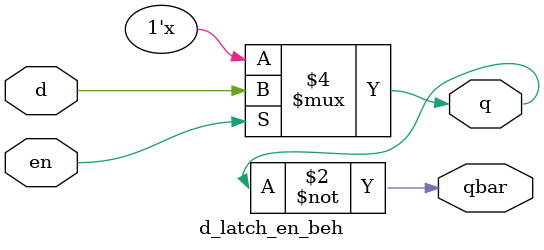
<source format=v>
module d_latch_en_beh
(
        input en,
        input d,
        output reg q,
        output qbar
);
        always @(*) begin
                if (en)
                        q = d;
                else
                        q = q;
        end
        assign qbar = ~q;
endmodule

</source>
